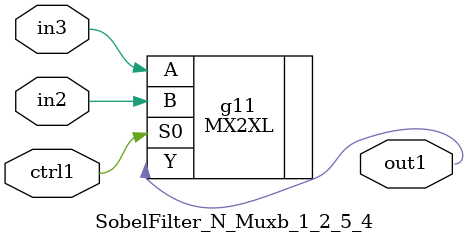
<source format=v>
`timescale 1ps / 1ps


module SobelFilter_N_Muxb_1_2_5_4(in3, in2, ctrl1, out1);
  input in3, in2, ctrl1;
  output out1;
  wire in3, in2, ctrl1;
  wire out1;
  MX2XL g11(.A (in3), .B (in2), .S0 (ctrl1), .Y (out1));
endmodule



</source>
